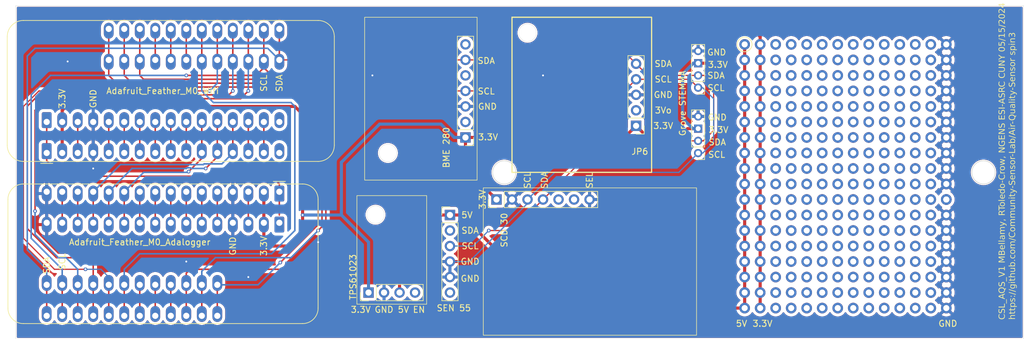
<source format=kicad_pcb>
(kicad_pcb (version 20240108) (generator "pcbnew") (generator_version "8.0")
  (layers (0 "F.Cu" signal) (31 "B.Cu" signal) (34 "B.Paste" user) (35 "F.Paste" user) (36 "B.SilkS" user "B.Silkscreen") (37 "F.SilkS" user "F.Silkscreen") (38 "B.Mask" user) (39 "F.Mask" user) (44 "Edge.Cuts" user))
  (net 0 "")
  (net 1 "Net-(A1-D6)")
  (net 2 "unconnected-(A1-D12-Pad24)")
  (net 3 "Net-(A1-~{RESET})")
  (net 4 "unconnected-(A1-DAC0{slash}A0-Pad5)")
  (net 5 "Net-(A1-VBAT)")
  (net 6 "SCL")
  (net 7 "Net-(A1-USB)")
  (net 8 "3.3V")
  (net 9 "unconnected-(A1-A1-Pad6)")
  (net 10 "unconnected-(A1-A2-Pad7)")
  (net 11 "unconnected-(A1-A3-Pad8)")
  (net 12 "unconnected-(A1-D13-Pad25)")
  (net 13 "Net-(A1-MOSI{slash}D23)")
  (net 14 "unconnected-(A1-RX{slash}D0-Pad14)")
  (net 15 "unconnected-(A1-A5-Pad10)")
  (net 16 "ENA")
  (net 17 "unconnected-(A1-AREF-Pad3)")
  (net 19 "unconnected-(A1-A4-Pad9)")
  (net 20 "Net-(A1-D5)")
  (net 21 "SDA")
  (net 22 "GND")
  (net 23 "unconnected-(A1-TX{slash}D1-Pad15)")
  (net 24 "Net-(A1-EN)")
  (net 25 "Net-(A1-D9)")
  (net 26 "Net-(A1-D10)")
  (net 27 "Net-(A1-MISO{slash}D22)")
  (net 28 "unconnected-(A2-A2-Pad7)")
  (net 29 "Net-(A1-SCK{slash}D24)")
  (net 30 "unconnected-(A2-A5-Pad10)")
  (net 31 "unconnected-(A2-A4-Pad9)")
  (net 32 "unconnected-(A2-D12-Pad24)")
  (net 33 "unconnected-(A2-DAC0{slash}A0-Pad5)")
  (net 34 "unconnected-(A2-TX{slash}D1-Pad15)")
  (net 35 "unconnected-(A2-A3-Pad8)")
  (net 36 "unconnected-(A2-D13-Pad25)")
  (net 37 "unconnected-(A2-A1-Pad6)")
  (net 38 "unconnected-(A2-RX{slash}D0-Pad14)")
  (net 39 "unconnected-(A2-D11-Pad23)")
  (net 40 "unconnected-(A2-AREF-Pad3)")
  (net 41 "5V")
  (net 42 "EN")
  (net 43 "NC")
  (net 49 "3Vo")
  (footprint "" (layer "F.Cu") (at 185.42 83.82)
    (property "Reference" "")
    (property "Value" "")
  )
  (footprint "" (layer "F.Cu") (at 172.72 86.36)
    (property "Reference" "")
    (property "Value" "")
  )
  (footprint "" (layer "F.Cu") (at 187.96 96.52)
    (property "Reference" "")
    (property "Value" "")
  )
  (footprint "" (layer "F.Cu") (at 180.34 109.22)
    (property "Reference" "")
    (property "Value" "")
  )
  (footprint "" (layer "F.Cu") (at 198.12 99.06)
    (property "Reference" "")
    (property "Value" "")
  )
  (footprint "" (layer "F.Cu") (at 193.04 101.6)
    (property "Reference" "")
    (property "Value" "")
  )
  (footprint "" (layer "F.Cu") (at 185.42 106.68)
    (property "Reference" "")
    (property "Value" "")
  )
  (footprint "" (layer "F.Cu") (at 172.72 88.9)
    (property "Reference" "")
    (property "Value" "")
  )
  (footprint "" (layer "F.Cu") (at 172.72 76.2)
    (property "Reference" "")
    (property "Value" "")
  )
  (footprint "" (layer "F.Cu") (at 175.26 104.14)
    (property "Reference" "")
    (property "Value" "")
  )
  (footprint "" (layer "F.Cu") (at 193.04 99.06)
    (property "Reference" "")
    (property "Value" "")
  )
  (footprint "Module:Adafruit_Feather" (layer "F.Cu") (at 96.52 95.25 -90)
    (property "Reference" "A2" (hide yes))
    (property "Value" "Adafruit_Feather_M0_Adalogger")
  )
  (footprint "" (layer "F.Cu") (at 182.88 96.52)
    (property "Reference" "")
    (property "Value" "")
  )
  (footprint "" (layer "F.Cu") (at 180.34 96.52)
    (property "Reference" "")
    (property "Value" "")
  )
  (footprint "" (layer "F.Cu") (at 193.04 88.9)
    (property "Reference" "")
    (property "Value" "")
  )
  (footprint "" (layer "F.Cu") (at 185.42 76.2)
    (property "Reference" "")
    (property "Value" "")
  )
  (footprint "" (layer "F.Cu") (at 187.96 78.74)
    (property "Reference" "")
    (property "Value" "")
  )
  (footprint "Connector_PinHeader_2.54mm:PinHeader_1x04_P2.54mm_Vertical" (layer "F.Cu") (at 111.125 97.76 90)
    (property "Reference" "JP2" (hide yes))
    (property "Value" "TPS61023")
  )
  (footprint "" (layer "F.Cu") (at 180.34 106.68)
    (property "Reference" "")
    (property "Value" "")
  )
  (footprint "" (layer "F.Cu") (at 190.5 78.74)
    (property "Reference" "")
    (property "Value" "")
  )
  (footprint "" (layer "F.Cu") (at 203.2 73.66)
    (property "Reference" "")
    (property "Value" "")
  )
  (footprint "" (layer "F.Cu") (at 175.26 73.66)
    (property "Reference" "")
    (property "Value" "")
  )
  (footprint "" (layer "F.Cu") (at 195.58 86.36)
    (property "Reference" "")
    (property "Value" "")
  )
  (footprint "" (layer "F.Cu") (at 203.2 101.6)
    (property "Reference" "")
    (property "Value" "")
  )
  (footprint "" (layer "F.Cu") (at 200.66 109.22)
    (property "Reference" "")
    (property "Value" "")
  )
  (footprint "" (layer "F.Cu") (at 172.72 93.98)
    (property "Reference" "")
    (property "Value" "")
  )
  (footprint "" (layer "F.Cu") (at 195.58 101.6)
    (property "Reference" "")
    (property "Value" "")
  )
  (footprint "" (layer "F.Cu") (at 182.88 106.68)
    (property "Reference" "")
    (property "Value" "")
  )
  (footprint "" (layer "F.Cu") (at 172.72 104.14)
    (property "Reference" "")
    (property "Value" "")
  )
  (footprint "" (layer "F.Cu") (at 177.8 109.22)
    (property "Reference" "")
    (property "Value" "")
  )
  (footprint "" (layer "F.Cu") (at 187.96 81.28)
    (property "Reference" "")
    (property "Value" "")
  )
  (footprint "" (layer "F.Cu") (at 200.66 81.28)
    (property "Reference" "")
    (property "Value" "")
  )
  (footprint "" (layer "F.Cu") (at 182.88 71.12)
    (property "Reference" "")
    (property "Value" "")
  )
  (footprint "" (layer "F.Cu") (at 172.72 101.6)
    (property "Reference" "")
    (property "Value" "")
  )
  (footprint "" (layer "F.Cu") (at 198.12 76.2)
    (property "Reference" "")
    (property "Value" "")
  )
  (footprint "" (layer "F.Cu") (at 175.26 106.68)
    (property "Reference" "")
    (property "Value" "")
  )
  (footprint "" (layer "F.Cu") (at 187.96 111.76)
    (property "Reference" "")
    (property "Value" "")
  )
  (footprint "" (layer "F.Cu") (at 172.72 83.82)
    (property "Reference" "")
    (property "Value" "")
  )
  (footprint "" (layer "F.Cu") (at 185.42 78.74)
    (property "Reference" "")
    (property "Value" "")
  )
  (footprint "" (layer "F.Cu") (at 193.04 81.28)
    (property "Reference" "")
    (property "Value" "")
  )
  (footprint "" (layer "F.Cu") (at 193.04 86.36)
    (property "Reference" "")
    (property "Value" "")
  )
  (footprint "" (layer "F.Cu") (at 177.8 106.68)
    (property "Reference" "")
    (property "Value" "")
  )
  (footprint "" (layer "F.Cu") (at 175.26 101.6)
    (property "Reference" "")
    (property "Value" "")
  )
  (footprint "" (layer "F.Cu") (at 185.42 91.44)
    (property "Reference" "")
    (property "Value" "")
  )
  (footprint "" (layer "F.Cu") (at 182.88 81.28)
    (property "Reference" "")
    (property "Value" "")
  )
  (footprint "" (layer "F.Cu") (at 185.42 73.66)
    (property "Reference" "")
    (property "Value" "")
  )
  (footprint "" (layer "F.Cu") (at 195.58 93.98)
    (property "Reference" "")
    (property "Value" "")
  )
  (footprint "" (layer "F.Cu") (at 200.66 83.82)
    (property "Reference" "")
    (property "Value" "")
  )
  (footprint "" (layer "F.Cu") (at 177.8 93.98)
    (property "Reference" "")
    (property "Value" "")
  )
  (footprint "" (layer "F.Cu") (at 203.2 88.9)
    (property "Reference" "")
    (property "Value" "")
  )
  (footprint "" (layer "F.Cu") (at 195.58 111.76)
    (property "Reference" "")
    (property "Value" "")
  )
  (footprint "" (layer "F.Cu") (at 185.42 81.28)
    (property "Reference" "")
    (property "Value" "")
  )
  (footprint "" (layer "F.Cu") (at 175.26 83.82)
    (property "Reference" "")
    (property "Value" "")
  )
  (footprint "" (layer "F.Cu") (at 205.74 106.68)
    (property "Reference" "")
    (property "Value" "")
  )
  (footprint "" (layer "F.Cu") (at 182.88 88.9)
    (property "Reference" "")
    (property "Value" "")
  )
  (footprint "" (layer "F.Cu") (at 172.72 111.76)
    (property "Reference" "")
    (property "Value" "")
  )
  (footprint "" (layer "F.Cu") (at 182.88 83.82)
    (property "Reference" "")
    (property "Value" "")
  )
  (footprint "" (layer "F.Cu") (at 203.2 76.2)
    (property "Reference" "")
    (property "Value" "")
  )
  (footprint "" (layer "F.Cu") (at 190.5 81.28)
    (property "Reference" "")
    (property "Value" "")
  )
  (footprint "" (layer "F.Cu") (at 200.66 96.52)
    (property "Reference" "")
    (property "Value" "")
  )
  (footprint "" (layer "F.Cu") (at 177.8 86.36)
    (property "Reference" "")
    (property "Value" "")
  )
  (footprint "" (layer "F.Cu") (at 185.42 99.06)
    (property "Reference" "")
    (property "Value" "")
  )
  (footprint "" (layer "F.Cu") (at 205.74 81.28)
    (property "Reference" "")
    (property "Value" "")
  )
  (footprint "" (layer "F.Cu") (at 193.04 93.98)
    (property "Reference" "")
    (property "Value" "")
  )
  (footprint "" (layer "F.Cu") (at 187.96 104.14)
    (property "Reference" "")
    (property "Value" "")
  )
  (footprint "" (layer "F.Cu") (at 198.12 114.3)
    (property "Reference" "")
    (property "Value" "")
  )
  (footprint "" (layer "F.Cu") (at 198.12 73.66)
    (property "Reference" "")
    (property "Value" "")
  )
  (footprint "" (layer "F.Cu") (at 180.34 71.12)
    (property "Reference" "")
    (property "Value" "")
  )
  (footprint "" (layer "F.Cu") (at 190.5 114.3)
    (property "Reference" "")
    (property "Value" "")
  )
  (footprint "" (layer "F.Cu") (at 182.88 73.66)
    (property "Reference" "")
    (property "Value" "")
  )
  (footprint "" (layer "F.Cu") (at 200.66 101.6)
    (property "Reference" "")
    (property "Value" "")
  )
  (footprint "" (layer "F.Cu") (at 198.12 93.98)
    (property "Reference" "")
    (property "Value" "")
  )
  (footprint "" (layer "F.Cu") (at 195.58 106.68)
    (property "Reference" "")
    (property "Value" "")
  )
  (footprint "" (layer "F.Cu") (at 205.74 88.9)
    (property "Reference" "")
    (property "Value" "")
  )
  (footprint "" (layer "F.Cu") (at 177.8 96.52)
    (property "Reference" "")
    (property "Value" "")
  )
  (footprint "" (layer "F.Cu") (at 177.8 99.06)
    (property "Reference" "")
    (property "Value" "")
  )
  (footprint "" (layer "F.Cu") (at 177.8 111.76)
    (property "Reference" "")
    (property "Value" "")
  )
  (footprint "" (layer "F.Cu") (at 198.12 106.68)
    (property "Reference" "")
    (property "Value" "")
  )
  (footprint "" (layer "F.Cu") (at 198.12 104.14)
    (property "Reference" "")
    (property "Value" "")
  )
  (footprint "" (layer "F.Cu") (at 190.5 86.36)
    (property "Reference" "")
    (property "Value" "")
  )
  (footprint "" (layer "F.Cu") (at 193.04 104.14)
    (property "Reference" "")
    (property "Value" "")
  )
  (footprint "" (layer "F.Cu") (at 185.42 71.12)
    (property "Reference" "")
    (property "Value" "")
  )
  (footprint "" (layer "F.Cu") (at 200.66 88.9)
    (property "Reference" "")
    (property "Value" "")
  )
  (footprint "" (layer "F.Cu") (at 182.88 101.6)
    (property "Reference" "")
    (property "Value" "")
  )
  (footprint "" (layer "F.Cu") (at 190.5 88.9)
    (property "Reference" "")
    (property "Value" "")
  )
  (footprint "" (layer "F.Cu") (at 203.2 106.68)
    (property "Reference" "")
    (property "Value" "")
  )
  (footprint "" (layer "F.Cu") (at 182.88 78.74)
    (property "Reference" "")
    (property "Value" "")
  )
  (footprint "" (layer "F.Cu") (at 190.5 111.76)
    (property "Reference" "")
    (property "Value" "")
  )
  (footprint "" (layer "F.Cu") (at 180.34 104.14)
    (property "Reference" "")
    (property "Value" "")
  )
  (footprint "" (layer "F.Cu") (at 187.96 91.44)
    (property "Reference" "")
    (property "Value" "")
  )
  (footprint "" (layer "F.Cu") (at 193.04 71.12)
    (property "Reference" "")
    (property "Value" "")
  )
  (footprint "" (layer "F.Cu") (at 182.88 111.76)
    (property "Reference" "")
    (property "Value" "")
  )
  (footprint "" (layer "F.Cu") (at 203.2 109.22)
    (property "Reference" "")
    (property "Value" "")
  )
  (footprint "" (layer "F.Cu") (at 195.58 71.12)
    (property "Reference" "")
    (property "Value" "")
  )
  (footprint "" (layer "F.Cu") (at 190.5 73.66)
    (property "Reference" "")
    (property "Value" "")
  )
  (footprint "" (layer "F.Cu") (at 185.42 114.3)
    (property "Reference" "")
    (property "Value" "")
  )
  (footprint "" (layer "F.Cu") (at 172.72 91.44)
    (property "Reference" "")
    (property "Value" "")
  )
  (footprint "" (layer "F.Cu") (at 193.04 96.52)
    (property "Reference" "")
    (property "Value" "")
  )
  (footprint "" (layer "F.Cu") (at 187.96 71.12)
    (property "Reference" "")
    (property "Value" "")
  )
  (footprint "" (layer "F.Cu") (at 190.5 91.44)
    (property "Reference" "")
    (property "Value" "")
  )
  (footprint "Module:Adafruit_Feather_M0_Wifi" (layer "F.Cu") (at 58.42 88.9 90)
    (property "Reference" "A1" (hide yes))
    (property "Value" "Adafruit_Feather_M0_Wifi")
  )
  (footprint "" (layer "F.Cu") (at 187.96 101.6)
    (property "Reference" "")
    (property "Value" "")
  )
  (footprint "" (layer "F.Cu") (at 180.34 99.06)
    (property "Reference" "")
    (property "Value" "")
  )
  (footprint "Connector_PinHeader_2.54mm:PinHeader_1x05_P2.54mm_Vertical" (layer "F.Cu") (at 154.94 84.455 180)
    (property "Reference" "JP6")
    (property "Value" "SCD41")
  )
  (footprint "" (layer "F.Cu") (at 200.66 114.3)
    (property "Reference" "")
    (property "Value" "")
  )
  (footprint "" (layer "F.Cu") (at 187.96 76.2)
    (property "Reference" "")
    (property "Value" "")
  )
  (footprint "" (layer "F.Cu") (at 180.34 101.6)
    (property "Reference" "")
    (property "Value" "")
  )
  (footprint "Connector_PinHeader_2.54mm:PinHeader_1x06_P2.54mm_Vertical" (layer "F.Cu") (at 124.46 99.06)
    (property "Reference" "JP8" (hide yes))
    (property "Value" "SEN 55")
  )
  (footprint "" (layer "F.Cu") (at 172.72 73.66)
    (property "Reference" "")
    (property "Value" "")
  )
  (footprint "" (layer "F.Cu") (at 190.5 93.98)
    (property "Reference" "")
    (property "Value" "")
  )
  (footprint "" (layer "F.Cu") (at 187.96 73.66)
    (property "Reference" "")
    (property "Value" "")
  )
  (footprint "" (layer "F.Cu") (at 203.2 78.74)
    (property "Reference" "")
    (property "Value" "")
  )
  (footprint "" (layer "F.Cu") (at 185.42 104.14)
    (property "Reference" "")
    (property "Value" "")
  )
  (footprint "" (layer "F.Cu") (at 177.8 71.12)
    (property "Reference" "")
    (property "Value" "")
  )
  (footprint "" (layer "F.Cu") (at 172.72 99.06)
    (property "Reference" "")
    (property "Value" "")
  )
  (footprint "" (layer "F.Cu") (at 203.2 91.44)
    (property "Reference" "")
    (property "Value" "")
  )
  (footprint "" (layer "F.Cu") (at 198.12 71.12)
    (property "Reference" "")
    (property "Value" "")
  )
  (footprint "" (layer "F.Cu") (at 200.66 106.68)
    (property "Reference" "")
    (property "Value" "")
  )
  (footprint "" (layer "F.Cu") (at 200.66 111.76)
    (property "Reference" "")
    (property "Value" "")
  )
  (footprint "" (layer "F.Cu") (at 200.66 86.36)
    (property "Reference" "")
    (property "Value" "")
  )
  (footprint "" (layer "F.Cu") (at 172.72 106.68)
    (property "Reference" "")
    (property "Value" "")
  )
  (footprint "" (layer "F.Cu") (at 185.42 93.98)
    (property "Reference" "")
    (property "Value" "")
  )
  (footprint "" (layer "F.Cu") (at 195.58 104.14)
    (property "Reference" "")
    (property "Value" "")
  )
  (footprint "" (layer "F.Cu") (at 195.58 91.44)
    (property "Reference" "")
    (property "Value" "")
  )
  (footprint "" (layer "F.Cu") (at 198.12 86.36)
    (property "Reference" "")
    (property "Value" "")
  )
  (footprint "" (layer "F.Cu") (at 205.74 111.76)
    (property "Reference" "")
    (property "Value" "")
  )
  (footprint "" (layer "F.Cu") (at 190.5 76.2)
    (property "Reference" "")
    (property "Value" "")
  )
  (footprint "" (layer "F.Cu") (at 205.74 93.98)
    (property "Reference" "")
    (property "Value" "")
  )
  (footprint "" (layer "F.Cu") (at 195.58 73.66)
    (property "Reference" "")
    (property "Value" "")
  )
  (footprint "" (layer "F.Cu") (at 182.88 114.3)
    (property "Reference" "")
    (property "Value" "")
  )
  (footprint "" (layer "F.Cu") (at 177.8 73.66)
    (property "Reference" "")
    (property "Value" "")
  )
  (footprint "" (layer "F.Cu") (at 187.96 83.82)
    (property "Reference" "")
    (property "Value" "")
  )
  (footprint "" (layer "F.Cu") (at 198.12 91.44)
    (property "Reference" "")
    (property "Value" "")
  )
  (footprint "" (layer "F.Cu") (at 198.12 111.76)
    (property "Reference" "")
    (property "Value" "")
  )
  (footprint "" (layer "F.Cu") (at 205.74 91.44)
    (property "Reference" "")
    (property "Value" "")
  )
  (footprint "" (layer "F.Cu") (at 205.74 71.12)
    (property "Reference" "")
    (property "Value" "")
  )
  (footprint "" (layer "F.Cu") (at 205.74 101.6)
    (property "Reference" "")
    (property "Value" "")
  )
  (footprint "" (layer "F.Cu") (at 193.04 76.2)
    (property "Reference" "")
    (property "Value" "")
  )
  (footprint "" (layer "F.Cu") (at 187.96 88.9)
    (property "Reference" "")
    (property "Value" "")
  )
  (footprint "" (layer "F.Cu") (at 190.5 71.12)
    (property "Reference" "")
    (property "Value" "")
  )
  (footprint "" (layer "F.Cu") (at 195.58 109.22)
    (property "Reference" "")
    (property "Value" "")
  )
  (footprint "" (layer "F.Cu") (at 198.12 83.82)
    (property "Reference" "")
    (property "Value" "")
  )
  (footprint "" (layer "F.Cu") (at 193.04 73.66)
    (property "Reference" "")
    (property "Value" "")
  )
  (footprint "" (layer "F.Cu") (at 182.88 76.2)
    (property "Reference" "")
    (property "Value" "")
  )
  (footprint "" (layer "F.Cu") (at 187.96 86.36)
    (property "Reference" "")
    (property "Value" "")
  )
  (footprint "" (layer "F.Cu") (at 205.74 109.22)
    (property "Reference" "")
    (property "Value" "")
  )
  (footprint "" (layer "F.Cu") (at 198.12 101.6)
    (property "Reference" "")
    (property "Value" "")
  )
  (footprint "" (layer "F.Cu") (at 185.42 86.36)
    (property "Reference" "")
    (property "Value" "")
  )
  (footprint "" (layer "F.Cu") (at 182.88 109.22)
    (property "Reference" "")
    (property "Value" "")
  )
  (footprint "" (layer "F.Cu") (at 175.26 88.9)
    (property "Reference" "")
    (property "Value" "")
  )
  (footprint "" (layer "F.Cu") (at 175.26 78.74)
    (property "Reference" "")
    (property "Value" "")
  )
  (footprint "" (layer "F.Cu") (at 180.34 81.28)
    (property "Reference" "")
    (property "Value" "")
  )
  (footprint "" (layer "F.Cu") (at 193.04 114.3)
    (property "Reference" "")
    (property "Value" "")
  )
  (footprint "" (layer "F.Cu") (at 180.34 73.66)
    (property "Reference" "")
    (property "Value" "")
  )
  (footprint "" (layer "F.Cu") (at 172.72 109.22)
    (property "Reference" "")
    (property "Value" "")
  )
  (footprint "" (layer "F.Cu") (at 205.74 114.3)
    (property "Reference" "")
    (property "Value" "")
  )
  (footprint "" (layer "F.Cu") (at 195.58 81.28)
    (property "Reference" "")
    (property "Value" "")
  )
  (footprint "" (layer "F.Cu") (at 203.2 93.98)
    (property "Reference" "")
    (property "Value" "")
  )
  (footprint "" (layer "F.Cu") (at 182.88 91.44)
    (property "Reference" "")
    (property "Value" "")
  )
  (footprint "" (layer "F.Cu") (at 193.04 78.74)
    (property "Reference" "")
    (property "Value" "")
  )
  (footprint "" (layer "F.Cu") (at 190.5 96.52)
    (property "Reference" "")
    (property "Value" "")
  )
  (footprint "" (layer "F.Cu") (at 198.12 81.28)
    (property "Reference" "")
    (property "Value" "")
  )
  (footprint "" (layer "F.Cu") (at 193.04 83.82)
    (property "Reference" "")
    (property "Value" "")
  )
  (footprint "" (layer "F.Cu") (at 177.8 81.28)
    (property "Reference" "")
    (property "Value" "")
  )
  (footprint "" (layer "F.Cu") (at 175.26 86.36)
    (property "Reference" "")
    (property "Value" "")
  )
  (footprint "" (layer "F.Cu") (at 205.74 73.66)
    (property "Reference" "")
    (property "Value" "")
  )
  (footprint "" (layer "F.Cu") (at 177.8 76.2)
    (property "Reference" "")
    (property "Value" "")
  )
  (footprint "" (layer "F.Cu") (at 175.26 109.22)
    (property "Reference" "")
    (property "Value" "")
  )
  (footprint "" (layer "F.Cu") (at 172.72 81.28)
    (property "Reference" "")
    (property "Value" "")
  )
  (footprint "" (layer "F.Cu") (at 193.04 111.76)
    (property "Reference" "")
    (property "Value" "")
  )
  (footprint "" (layer "F.Cu") (at 195.58 88.9)
    (property "Reference" "")
    (property "Value" "")
  )
  (footprint "" (layer "F.Cu") (at 200.66 104.14)
    (property "Reference" "")
    (property "Value" "")
  )
  (footprint "" (layer "F.Cu") (at 203.2 83.82)
    (property "Reference" "")
    (property "Value" "")
  )
  (footprint "" (layer "F.Cu") (at 195.58 78.74)
    (property "Reference" "")
    (property "Value" "")
  )
  (footprint "" (layer "F.Cu") (at 190.5 99.06)
    (property "Reference" "")
    (property "Value" "")
  )
  (footprint "" (layer "F.Cu") (at 175.26 96.52)
    (property "Reference" "")
    (property "Value" "")
  )
  (footprint "TestPoint:TestPoint_THTPad_D2.0mm_Drill1.0mm" (layer "F.Cu") (at 172.72 71.12)
    (property "Reference" "REF**" (hide yes))
    (property "Value" "TestPoint_THTPad_D2.0mm_Drill1.0mm" (hide yes))
  )
  (footprint "" (layer "F.Cu") (at 182.88 104.14)
    (property "Reference" "")
    (property "Value" "")
  )
  (footprint "" (layer "F.Cu") (at 180.34 86.36)
    (property "Reference" "")
    (property "Value" "")
  )
  (footprint "" (layer "F.Cu") (at 175.26 81.28)
    (property "Reference" "")
    (property "Value" "")
  )
  (footprint "Connector_PinHeader_2.00mm:PinHeader_1x04_P2.00mm_Vertical" (layer "F.Cu") (at 165.1 78.2 180)
    (property "Reference" "J2" (hide yes))
    (property "Value" "Grove STEMMA" (hide yes))
  )
  (footprint "" (layer "F.Cu") (at 205.74 78.74)
    (property "Reference" "")
    (property "Value" "")
  )
  (footprint "" (layer "F.Cu") (at 205.74 83.82)
    (property "Reference" "")
    (property "Value" "")
  )
  (footprint "" (layer "F.Cu") (at 185.42 88.9)
    (property "Reference" "")
    (property "Value" "")
  )
  (footprint "" (layer "F.Cu") (at 187.96 114.3)
    (property "Reference" "")
    (property "Value" "")
  )
  (footprint "" (layer "F.Cu") (at 175.26 111.76)
    (property "Reference" "")
    (property "Value" "")
  )
  (footprint "" (layer "F.Cu") (at 190.5 101.6)
    (property "Reference" "")
    (property "Value" "")
  )
  (footprint "" (layer "F.Cu") (at 195.58 114.3)
    (property "Reference" "")
    (property "Value" "")
  )
  (footprint "" (layer "F.Cu") (at 185.42 111.76)
    (property "Reference" "")
    (property "Value" "")
  )
  (footprint "" (layer "F.Cu") (at 172.72 78.74)
    (property "Reference" "")
    (property "Value" "")
  )
  (footprint "" (layer "F.Cu") (at 175.26 76.2)
    (property "Reference" "")
    (property "Value" "")
  )
  (footprint "" (layer "F.Cu") (at 200.66 76.2)
    (property "Reference" "")
    (property "Value" "")
  )
  (footprint "" (layer "F.Cu") (at 172.72 96.52)
    (property "Reference" "")
    (property "Value" "")
  )
  (footprint "" (layer "F.Cu") (at 177.8 114.3)
    (property "Reference" "")
    (property "Value" "")
  )
  (footprint "" (layer "F.Cu") (at 177.8 88.9)
    (property "Reference" "")
    (property "Value" "")
  )
  (footprint "" (layer "F.Cu") (at 180.34 93.98)
    (property "Reference" "")
    (property "Value" "")
  )
  (footprint "" (layer "F.Cu") (at 195.58 76.2)
    (property "Reference" "")
    (property "Value" "")
  )
  (footprint "" (layer "F.Cu") (at 180.34 111.76)
    (property "Reference" "")
    (property "Value" "")
  )
  (footprint "" (layer "F.Cu") (at 205.74 76.2)
    (property "Reference" "")
    (property "Value" "")
  )
  (footprint "" (layer "F.Cu") (at 175.26 99.06)
    (property "Reference" "")
    (property "Value" "")
  )
  (footprint "" (layer "F.Cu") (at 193.04 106.68)
    (property "Reference" "")
    (property "Value" "")
  )
  (footprint "" (layer "F.Cu") (at 180.34 76.2)
    (property "Reference" "")
    (property "Value" "")
  )
  (footprint "" (layer "F.Cu") (at 198.12 78.74)
    (property "Reference" "")
    (property "Value" "")
  )
  (footprint "" (layer "F.Cu") (at 200.66 91.44)
    (property "Reference" "")
    (property "Value" "")
  )
  (footprint "" (layer "F.Cu") (at 205.74 104.14)
    (property "Reference" "")
    (property "Value" "")
  )
  (footprint "" (layer "F.Cu") (at 187.96 99.06)
    (property "Reference" "")
    (property "Value" "")
  )
  (footprint "" (layer "F.Cu") (at 203.2 86.36)
    (property "Reference" "")
    (property "Value" "")
  )
  (footprint "" (layer "F.Cu") (at 205.74 86.36)
    (property "Reference" "")
    (property "Value" "")
  )
  (footprint "Connector_PinHeader_2.54mm:PinHeader_1x07_P2.54mm_Vertical" (layer "F.Cu") (at 127 86.36 180)
    (property "Reference" "JP7" (hide yes))
    (property "Value" "BME280" (hide yes))
  )
  (footprint "" (layer "F.Cu") (at 203.2 114.3)
    (property "Reference" "")
    (property "Value" "")
  )
  (footprint "" (layer "F.Cu") (at 177.8 104.14)
    (property "Reference" "")
    (property "Value" "")
  )
  (footprint "" (layer "F.Cu") (at 203.2 99.06)
    (property "Reference" "")
    (property "Value" "")
  )
  (footprint "" (layer "F.Cu") (at 175.26 71.12)
    (property "Reference" "")
    (property "Value" "")
  )
  (footprint "" (layer "F.Cu") (at 187.96 109.22)
    (property "Reference" "")
    (property "Value" "")
  )
  (footprint "" (layer "F.Cu") (at 205.74 86.36)
    (property "Reference" "")
    (property "Value" "")
  )
  (footprint "" (layer "F.Cu") (at 205.74 96.52)
    (property "Reference" "")
    (property "Value" "")
  )
  (footprint "" (layer "F.Cu") (at 195.58 83.82)
    (property "Reference" "")
    (property "Value" "")
  )
  (footprint "" (layer "F.Cu") (at 175.26 93.98)
    (property "Reference" "")
    (property "Value" "")
  )
  (footprint "" (layer "F.Cu") (at 175.26 91.44)
    (property "Reference" "")
    (property "Value" "")
  )
  (footprint "" (layer "F.Cu") (at 177.8 78.74)
    (property "Reference" "")
    (property "Value" "")
  )
  (footprint "Connector_PinHeader_2.54mm:PinHeader_1x07_P2.54mm_Vertical" (layer "F.Cu") (at 147.0175 96.52 -90)
    (property "Reference" "JP10" (hide yes))
    (property "Value" "SCD 30")
  )
  (footprint "" (layer "F.Cu") (at 185.42 109.22)
    (property "Reference" "")
    (property "Value" "")
  )
  (footprint "" (layer "F.Cu") (at 193.04 91.44)
    (property "Reference" "")
    (property "Value" "")
  )
  (footprint "" (layer "F.Cu") (at 203.2 96.52)
    (property "Reference" "")
    (property "Value" "")
  )
  (footprint "" (layer "F.Cu") (at 203.2 71.12)
    (property "Reference" "")
    (property "Value" "")
  )
  (footprint "" (layer "F.Cu") (at 180.34 83.82)
    (property "Reference" "")
    (property "Value" "")
  )
  (footprint "" (layer "F.Cu") (at 180.34 88.9)
    (property "Reference" "")
    (property "Value" "")
  )
  (footprint "" (layer "F.Cu") (at 182.88 86.36)
    (property "Reference" "")
    (property "Value" "")
  )
  (footprint "" (layer "F.Cu") (at 177.8 101.6)
    (property "Reference" "")
    (property "Value" "")
  )
  (footprint "" (layer "F.Cu") (at 185.42 96.52)
    (property "Reference" "")
    (property "Value" "")
  )
  (footprint "" (layer "F.Cu") (at 185.42 101.6)
    (property "Reference" "")
    (property "Value" "")
  )
  (footprint "Connector_PinHeader_2.00mm:PinHeader_1x04_P2.00mm_Vertical" (layer "F.Cu") (at 165.1 88.916 180)
    (property "Reference" "J3" (hide yes))
    (property "Value" "Grove STEMMA")
  )
  (footprint "" (layer "F.Cu") (at 180.34 78.74)
    (property "Reference" "")
    (property "Value" "")
  )
  (footprint "" (layer "F.Cu") (at 177.8 83.82)
    (property "Reference" "")
    (property "Value" "")
  )
  (footprint "" (layer "F.Cu") (at 180.34 114.3)
    (property "Reference" "")
    (property "Value" "")
  )
  (footprint "" (layer "F.Cu") (at 203.2 81.28)
    (property "Reference" "")
    (property "Value" "")
  )
  (footprint "" (layer "F.Cu") (at 198.12 96.52)
    (property "Reference" "")
    (property "Value" "")
  )
  (footprint "" (layer "F.Cu") (at 200.66 78.74)
    (property "Reference" "")
    (property "Value" "")
  )
  (footprint "" (layer "F.Cu") (at 190.5 106.68)
    (property "Reference" "")
    (property "Value" "")
  )
  (footprint "" (layer "F.Cu") (at 195.58 96.52)
    (property "Reference" "")
    (property "Value" "")
  )
  (footprint "" (layer "F.Cu") (at 200.66 99.06)
    (property "Reference" "")
    (property "Value" "")
  )
  (footprint "" (layer "F.Cu") (at 200.66 73.66)
    (property "Reference" "")
    (property "Value" "")
  )
  (footprint "" (layer "F.Cu") (at 200.66 93.98)
    (property "Reference" "")
    (property "Value" "")
  )
  (footprint "" (layer "F.Cu") (at 177.8 91.44)
    (property "Reference" "")
    (property "Value" "")
  )
  (footprint "" (layer "F.Cu") (at 190.5 104.14)
    (property "Reference" "")
    (property "Value" "")
  )
  (footprint "" (layer "F.Cu") (at 182.88 99.06)
    (property "Reference" "")
    (property "Value" "")
  )
  (footprint "" (layer "F.Cu") (at 203.2 104.14)
    (property "Reference" "")
    (property "Value" "")
  )
  (footprint "" (layer "F.Cu") (at 200.66 71.12)
    (property "Reference" "")
    (property "Value" "")
  )
  (footprint "" (layer "F.Cu") (at 198.12 88.9)
    (property "Reference" "")
    (property "Value" "")
  )
  (footprint "" (layer "F.Cu") (at 180.34 91.44)
    (property "Reference" "")
    (property "Value" "")
  )
  (footprint "" (layer "F.Cu") (at 190.5 109.22)
    (property "Reference" "")
    (property "Value" "")
  )
  (footprint "" (layer "F.Cu") (at 172.72 114.3)
    (property "Reference" "")
    (property "Value" "")
  )
  (footprint "" (layer "F.Cu") (at 187.96 106.68)
    (property "Reference" "")
    (property "Value" "")
  )
  (footprint "" (layer "F.Cu") (at 175.26 114.3)
    (property "Reference" "")
    (property "Value" "")
  )
  (footprint "" (layer "F.Cu") (at 195.58 99.06)
    (property "Reference" "")
    (property "Value" "")
  )
  (footprint "" (layer "F.Cu") (at 187.96 93.98)
    (property "Reference" "")
    (property "Value" "")
  )
  (footprint "" (layer "F.Cu") (at 198.12 109.22)
    (property "Reference" "")
    (property "Value" "")
  )
  (footprint "" (layer "F.Cu") (at 190.5 83.82)
    (property "Reference" "")
    (property "Value" "")
  )
  (footprint "" (layer "F.Cu") (at 193.04 109.22)
    (property "Reference" "")
    (property "Value" "")
  )
  (footprint "" (layer "F.Cu") (at 182.88 93.98)
    (property "Reference" "")
    (property "Value" "")
  )
  (footprint "" (layer "F.Cu") (at 203.2 111.76)
    (property "Reference" "")
    (property "Value" "")
  )
  (footprint "" (layer "F.Cu") (at 205.74 99.06)
    (property "Reference" "")
    (property "Value" "")
  )
  (gr_rect (start 109.22 95.885) (end 120.65 113.665) (stroke (width 0.1)) (fill none) (layer "F.SilkS"))
  (gr_rect (start 129.9175 94.615) (end 164.8425 118.745) (stroke (width 0.1)) (fill none) (layer "F.SilkS"))
  (gr_rect (start 110.49 66.675) (end 128.905 93.345) (stroke (width 0.1)) (fill none) (layer "F.SilkS"))
  (gr_rect (start 134.62 66.675) (end 157.48 92.075) (stroke (width 0.2)) (fill none) (layer "F.SilkS"))
  (gr_line (start 218.44 64.77) (end 53.34 64.77) (stroke (width 0.05)) (layer "Edge.Cuts"))
  (gr_circle (center 137.16 69.215) (end 138.61 69.215) (stroke (width 0.05)) (fill none) (layer "Edge.Cuts"))
  (gr_line (start 53.34 64.77) (end 53.34 119.38) (stroke (width 0.05)) (layer "Edge.Cuts"))
  (gr_line (start 218.44 119.38) (end 218.44 64.77) (stroke (width 0.05)) (layer "Edge.Cuts"))
  (gr_circle (center 133.35 92.075) (end 135.255 92.075) (stroke (width 0.1)) (fill none) (layer "Edge.Cuts"))
  (gr_circle (center 114.3 88.9) (end 115.75 88.9) (stroke (width 0.05)) (fill none) (layer "Edge.Cuts"))
  (gr_line (start 53.34 119.38) (end 218.44 119.38) (stroke (width 0.05)) (layer "Edge.Cuts"))
  (gr_circle (center 211.836 92.075) (end 213.741 92.075) (stroke (width 0.1)) (fill none) (layer "Edge.Cuts"))
  (gr_circle (center 112.268 99.0092) (end 113.718 99.0092) (stroke (width 0.05)) (fill none) (layer "Edge.Cuts"))
  (gr_text "SCL\n" (at 159.385 76.835 0) (layer "F.SilkS") (effects (font (size 1 1))))
  (gr_text "3.3V" (at 93.98 104.14 90) (layer "F.SilkS") (effects (font (size 1 1))))
  (gr_text "3.3V" (at 60.96 80.01 90) (layer "F.SilkS") (effects (font (size 1 1))))
  (gr_text "3.3V" (at 168.34 74.438 0) (layer "F.SilkS") (effects (font (size 1 1))))
  (gr_text "SDA" (at 130.4 73.8 0) (layer "F.SilkS") (effects (font (size 1 1))))
  (gr_text "GND" (at 168.14 72.416 0) (layer "F.SilkS") (effects (font (size 1 1))))
  (gr_text "3Vo" (at 159.385 81.915 0) (layer "F.SilkS") (effects (font (size 1 1))))
  (gr_text "EN" (at 119.38 114.554 0) (layer "F.SilkS") (effects (font (size 1 1))))
  (gr_text "SDA" (at 58.42 107.315 90) (layer "F.SilkS") (effects (font (size 1 1))))
  (gr_text "3.3V" (at 168.44 85.116 0) (layer "F.SilkS") (effects (font (size 1 1))))
  (gr_text "3.3V" (at 129.794 96.52 90) (layer "F.SilkS") (effects (font (size 1 1))))
  (gr_text "SDA" (at 96.52 77.47 90) (layer "F.SilkS") (effects (font (size 1 1))))
  (gr_text "SCL\n" (at 93.98 77.47 90) (layer "F.SilkS") (effects (font (size 1 1))))
  (gr_text "SCL\n" (at 60.96 106.68 90) (layer "F.SilkS") (effects (font (size 1 1))))
  (gr_text "CSL_AQS_V1 MBellamy, RToledo-Crow, NGENS ESI-ASRC CUNY 05/15/2024 \nhttps://github.com/Community-Sensor-Lab/Air-Quality-Sensor spin3" (at 217.17 116.205 90) (layer "F.SilkS") (effects (font (size 1 1) (thickness 0.0889)) (justify left bottom)))
  (gr_text "GND" (at 130.6 81.3 0) (layer "F.SilkS") (effects (font (size 1 1))))
  (gr_text "SCL\n" (at 168.04 78.248 0) (layer "F.SilkS") (effects (font (size 1 1))))
  (gr_text "5V" (at 172.212 116.84 0) (layer "F.SilkS") (effects (font (size 1 1))))
  (gr_text "GND" (at 88.9 104.14 90) (layer "F.SilkS") (effects (font (size 1 1))))
  (gr_text "GND\n" (at 127.762 106.68 0) (layer "F.SilkS") (effects (font (size 1 1))))
  (gr_text "SDA" (at 127.762 101.6 0) (layer "F.SilkS") (effects (font (size 1 1))))
  (gr_text "GND" (at 66.04 80.01 90) (layer "F.SilkS") (effects (font (size 1 1))))
  (gr_text "BME 280" (at 124.46 91.44 90) (layer "F.SilkS") (effects (font (size 1 1)) (justify left bottom)))
  (gr_text "SDA" (at 159.385 74.295 0) (layer "F.SilkS") (effects (font (size 1 1))))
  (gr_text "GND" (at 205.994 116.84 0) (layer "F.SilkS") (effects (font (size 1 1))))
  (gr_text "3.3V" (at 175.641 116.84 0) (layer "F.SilkS") (effects (font (size 1 1))))
  (gr_text "5V" (at 116.84 114.554 0) (layer "F.SilkS") (effects (font (size 1 1))))
  (gr_text "3.3V" (at 159.385 84.455 0) (layer "F.SilkS") (effects (font (size 1 1))))
  (gr_text "3.3V" (at 130.7 86.3 0) (layer "F.SilkS") (effects (font (size 1 1))))
  (gr_text "GND" (at 113.665 114.554 0) (layer "F.SilkS") (effects (font (size 1 1))))
  (gr_text "SDA" (at 139.954 93.345 90) (layer "F.SilkS") (effects (font (size 1 1))))
  (gr_text "SCL" (at 127.762 104.14 0) (layer "F.SilkS") (effects (font (size 1 1))))
  (gr_text "SCL\n" (at 168.14 89.17 0) (layer "F.SilkS") (effects (font (size 1 1))))
  (gr_text "SDA" (at 168.24 87.138 0) (layer "F.SilkS") (effects (font (size 1 1))))
  (gr_text "5V" (at 127.254 99.06 0) (layer "F.SilkS") (effects (font (size 1 1))))
  (gr_text "SEL" (at 147.32 93.345 90) (layer "F.SilkS") (effects (font (size 1 1))))
  (gr_text "SCL\n" (at 130.4 78.8 0) (layer "F.SilkS") (effects (font (size 1 1))))
  (gr_text "GND" (at 159.385 79.375 0) (layer "F.SilkS") (effects (font (size 1 1))))
  (gr_text "SDA" (at 168.04 76.216 0) (layer "F.SilkS") (effects (font (size 1 1))))
  (gr_text "SCL\n" (at 137.16 93.345 90) (layer "F.SilkS") (effects (font (size 1 1))))
  (gr_text "3.3V" (at 109.855 114.554 0) (layer "F.SilkS") (effects (font (size 1 1))))
  (gr_text "GND" (at 127.762 109.474 0) (layer "F.SilkS") (effects (font (size 1 1))))
  (gr_text "GND" (at 168.24 83.074 0) (layer "F.SilkS") (effects (font (size 1 1))))
  (segment (start 64.77 106.045) (end 66.04 107.315) (width 0.254) (layer "F.Cu") (net 1))
  (segment (start 88.9 68.58) (end 88.9 73.66) (width 0.254) (layer "F.Cu") (net 1))
  (segment (start 66.04 115.57) (end 66.04 110.49) (width 0.254) (layer "F.Cu") (net 1))
  (segment (start 87.63 79.375) (end 57.11887 79.375) (width 0.254) (layer "F.Cu") (net 1))
  (segment (start 66.04 107.315) (end 66.04 110.49) (width 0.254) (layer "F.Cu") (net 1))
  (segment (start 60.0075 106.045) (end 64.77 106.045) (width 0.254) (layer "F.Cu") (net 1))
  (segment (start 55.245 81.24887) (end 55.245 101.2825) (width 0.254) (layer "F.Cu") (net 1))
  (segment (start 87.63 79.375) (end 88.265 79.375) (width 0.254) (layer "F.Cu") (net 1))
  (segment (start 55.245 101.2825) (end 60.0075 106.045) (width 0.254) (layer "F.Cu") (net 1))
  (segment (start 57.11887 79.375) (end 55.245 81.24887) (width 0.254) (layer "F.Cu") (net 1))
  (segment (start 88.265 79.375) (end 88.9 78.74) (width 0.254) (layer "F.Cu") (net 1))
  (via (at 88.9 78.74) (size 0.6) (drill 0.3) (layers "F.Cu" "B.Cu") (net 1))
  (segment (start 88.9 73.66) (end 88.9 78.74) (width 0.254) (layer "B.Cu") (net 1))
  (segment (start 78.74 68.58) (end 78.74 73.66) (width 0.254) (layer "F.Cu") (net 2))
  (segment (start 96.52 95.25) (end 96.52 99.06) (width 0.254) (layer "F.Cu") (net 3))
  (segment (start 58.42 88.9) (end 58.42 90.17) (width 0.254) (layer "F.Cu") (net 3))
  (segment (start 60.96 92.71) (end 95.25 92.71) (width 0.254) (layer "F.Cu") (net 3))
  (segment (start 95.25 92.71) (end 96.52 93.98) (width 0.254) (layer "F.Cu") (net 3))
  (segment (start 96.52 93.98) (end 96.52 95.25) (width 0.254) (layer "F.Cu") (net 3))
  (segment (start 58.42 90.17) (end 60.96 92.71) (width 0.254) (layer "F.Cu") (net 3))
  (segment (start 58.42 88.9) (end 58.42 83.82) (width 0.254) (layer "F.Cu") (net 3))
  (segment (start 68.58 88.9) (end 68.58 83.82) (width 0.254) (layer "F.Cu") (net 4))
  (segment (start 102.87 100.6475) (end 102.87 82.55) (width 0.254) (layer "F.Cu") (net 5))
  (segment (start 98.425 78.105) (end 70.485 78.105) (width 0.254) (layer "F.Cu") (net 5))
  (segment (start 68.58 76.2) (end 68.58 68.58) (width 0.254) (layer "F.Cu") (net 5))
  (segment (start 86.36 115.57) (end 86.36 110.49) (width 0.254) (layer "F.Cu") (net 5))
  (segment (start 102.87 82.55) (end 98.425 78.105) (width 0.254) (layer "F.Cu") (net 5))
  (segment (start 70.485 78.105) (end 68.58 76.2) (width 0.254) (layer "F.Cu") (net 5))
  (segment (start 96.67875 106.83875) (end 102.87 100.6475) (width 0.254) (layer "F.Cu") (net 5))
  (via (at 96.67875 106.83875) (size 0.6) (drill 0.3) (layers "F.Cu" "B.Cu") (net 5))
  (segment (start 96.67875 106.83875) (end 93.0275 110.49) (width 0.254) (layer "B.Cu") (net 5))
  (segment (start 93.0275 110.49) (end 86.36 110.49) (width 0.254) (layer "B.Cu") (net 5))
  (segment (start 163.735 76.835) (end 165.1 78.2) (width 0.2) (layer "F.Cu") (net 6))
  (segment (start 81.28 76.2) (end 92.71 76.2) (width 0.254) (layer "F.Cu") (net 6))
  (segment (start 60.96 110.49) (end 60.96 115.57) (width 0.254) (layer "F.Cu") (net 6))
  (segment (start 111.76 78.74) (end 109.22 76.2) (width 0.2) (layer "F.Cu") (net 6))
  (segment (start 95.25 76.2) (end 109.22 76.2) (width 0.254) (layer "F.Cu") (net 6))
  (segment (start 93.98 68.58) (end 93.98 73.66) (width 0.254) (layer "F.Cu") (net 6))
  (segment (start 154.94 76.835) (end 153.035 78.74) (width 0.2) (layer "F.Cu") (net 6))
  (segment (start 154.432 76.835) (end 154.813 77.216) (width 0.2) (layer "F.Cu") (net 6))
  (segment (start 153.035 78.74) (end 127 78.74) (width 0.2) (layer "F.Cu") (net 6))
  (segment (start 127 78.74) (end 111.76 78.74) (width 0.2) (layer "F.Cu") (net 6))
  (segment (start 93.98 74.93) (end 93.98 73.66) (width 0.254) (layer "F.Cu") (net 6))
  (segment (start 92.71 76.2) (end 93.98 74.93) (width 0.254) (layer "F.Cu") (net 6))
  (segment (start 93.98 74.93) (end 95.25 76.2) (width 0.254) (layer "F.Cu") (net 6))
  (segment (start 154.94 76.835) (end 163.735 76.835) (width 0.2) (layer "F.Cu") (net 6))
  (via (at 81.28 76.2) (size 0.6) (drill 0.3) (layers "F.Cu" "B.Cu") (net 6))
  (segment (start 55.88 102.87) (end 60.96 107.95) (width 0.254) (layer "B.Cu") (net 6))
  (segment (start 60.96 110.49) (end 60.96 107.95) (width 0.254) (layer "B.Cu") (net 6))
  (segment (start 137.16 96.52) (end 141.605 92.075) (width 0.2) (layer "B.Cu") (net 6))
  (segment (start 127.635 106.68) (end 124.46 106.68) (width 0.2) (layer "B.Cu") (net 6))
  (segment (start 165.862 88.916) (end 165.1 88.916) (width 0.2) (layer "B.Cu") (net 6))
  (segment (start 55.88 79.375) (end 55.88 102.87) (width 0.254) (layer "B.Cu") (net 6))
  (segment (start 165.824 78.2) (end 167.64 80.016) (width 0.2) (layer "B.Cu") (net 6))
  (segment (start 161.941 92.075) (end 165.1 88.916) (width 0.2) (layer "B.Cu") (net 6))
  (segment (start 167.64 80.016) (end 167.64 87.138) (width 0.2) (layer "B.Cu") (net 6))
  (segment (start 59.055 76.2) (end 55.88 79.375) (width 0.254) (layer "B.Cu") (net 6))
  (segment (start 165.1 78.2) (end 165.824 78.2) (width 0.2) (layer "B.Cu") (net 6))
  (segment (start 141.605 92.075) (end 161.941 92.075) (width 0.2) (layer "B.Cu") (net 6))
  (segment (start 167.64 87.138) (end 165.862 88.916) (width 0.2) (layer "B.Cu") (net 6))
  (segment (start 137.16 97.155) (end 127.635 106.68) (width 0.2) (layer "B.Cu") (net 6))
  (segment (start 137.16 96.52) (end 137.16 97.155) (width 0.2) (layer "B.Cu") (net 6))
  (segment (start 81.28 76.2) (end 59.055 76.2) (width 0.254) (layer "B.Cu") (net 6))
  (segment (start 99.695 76.835) (end 74.295 76.835) (width 0.254) (layer "F.Cu") (net 7))
  (segment (start 81.28 115.57) (end 81.28 108.585) (width 0.254) (layer "F.Cu") (net 7))
  (segment (start 104.14 104.14) (end 104.14 81.28) (width 0.254) (layer "F.Cu") (net 7))
  (segment (start 100.33 107.95) (end 104.14 104.14) (width 0.254) (layer "F.Cu") (net 7))
  (segment (start 81.28 108.585) (end 81.915 107.95) (width 0.254) (layer "F.Cu") (net 7))
  (segment (start 74.295 76.835) (end 73.66 76.2) (width 0.254) (layer "F.Cu") (net 7))
  (segment (start 104.14 81.28) (end 99.695 76.835) (width 0.254) (layer "F.Cu") (net 7))
  (segment (start 73.66 68.58) (end 73.66 73.66) (width 0.254) (layer "F.Cu") (net 7))
  (segment (start 73.66 76.2) (end 73.66 73.66) (width 0.254) (layer "F.Cu") (net 7))
  (segment (start 81.915 107.95) (end 100.33 107.95) (width 0.254) (layer "F.Cu") (net 7))
  (segment (start 100.33 101.6) (end 100.33 99.06) (width 0.508) (layer "F.Cu") (net 8))
  (segment (start 175.26 99.06) (end 175.26 101.6) (width 0.508) (layer "F.Cu") (net 8))
  (segment (start 175.26 96.52) (end 175.26 99.06) (width 0.508) (layer "F.Cu") (net 8))
  (segment (start 175.26 86.36) (end 175.26 83.82) (width 0.508) (layer "F.Cu") (net 8))
  (segment (start 95.25 104.14) (end 97.79 104.14) (width 0.508) (layer "F.Cu") (net 8))
  (segment (start 60.96 81.915) (end 61.595 81.28) (width 0.508) (layer "F.Cu") (net 8))
  (segment (start 153.035 86.36) (end 154.94 84.455) (width 0.508) (layer "F.Cu") (net 8))
  (segment (start 162.56 85.725) (end 156.21 85.725) (width 0.508) (layer "F.Cu") (net 8))
  (segment (start 100.33 82.55) (end 100.33 99.06) (width 0.508) (layer "F.Cu") (net 8))
  (segment (start 175.26 106.68) (end 175.26 109.22) (width 0.508) (layer "F.Cu") (net 8))
  (segment (start 175.26 69.85) (end 173.99 68.58) (width 0.508) (layer "F.Cu") (net 8))
  (segment (start 175.26 91.44) (end 175.26 88.9) (width 0.508) (layer "F.Cu") (net 8))
  (segment (start 156.21 85.725) (end 154.94 84.455) (width 0.508) (layer "F.Cu") (net 8))
  (segment (start 93.98 102.87) (end 95.25 104.14) (width 0.508) (layer "F.Cu") (net 8))
  (segment (start 61.595 81.28) (end 99.06 81.28) (width 0.508) (layer "F.Cu") (net 8))
  (segment (start 93.98 100.33) (end 93.98 95.25) (width 0.508) (layer "F.Cu") (net 8))
  (segment (start 175.26 81.28) (end 175.26 78.74) (width 0.508) (layer "F.Cu") (net 8))
  (segment (start 127 86.36) (end 153.035 86.36) (width 0.508) (layer "F.Cu") (net 8))
  (segment (start 60.96 83.82) (end 60.96 88.9) (width 0.508) (layer "F.Cu") (net 8))
  (segment (start 127.0375 86.3225) (end 127 86.36) (width 0.508) (layer "F.Cu") (net 8))
  (segment (start 175.26 86.36) (end 175.26 88.9) (width 0.508) (layer "F.Cu") (net 8))
  (segment (start 60.96 83.82) (end 60.96 81.915) (width 0.508) (layer "F.Cu") (net 8))
  (segment (start 175.26 93.98) (end 175.26 91.44) (width 0.508) (layer "F.Cu") (net 8))
  (segment (start 93.98 102.87) (end 93.98 100.33) (width 0.508) (layer "F.Cu") (net 8))
  (segment (start 175.26 71.12) (end 175.26 73.66) (width 0.508) (layer "F.Cu") (net 8))
  (segment (start 175.26 104.14) (end 175.26 106.68) (width 0.508) (layer "F.Cu") (net 8))
  (segment (start 172.085 68.58) (end 166.465 74.2) (width 0.508) (layer "F.Cu") (net 8))
  (segment (start 175.26 114.3) (end 175.26 111.76) (width 0.508) (layer "F.Cu") (net 8))
  (segment (start 127 91.44) (end 127 86.36) (width 0.508) (layer "F.Cu") (net 8))
  (segment (start 175.26 93.98) (end 175.26 96.52) (width 0.508) (layer "F.Cu") (net 8))
  (segment (start 175.26 76.2) (end 175.26 78.74) (width 0.508) (layer "F.Cu") (net 8))
  (segment (start 175.26 101.6) (end 175.26 104.14) (width 0.508) (layer "F.Cu") (net 8))
  (segment (start 173.99 68.58) (end 172.085 68.58) (width 0.508) (layer "F.Cu") (net 8))
  (segment (start 175.26 73.66) (end 175.26 76.2) (width 0.508) (layer "F.Cu") (net 8))
  (segment (start 175.26 83.82) (end 175.26 81.28) (width 0.508) (layer "F.Cu") (net 8))
  (segment (start 175.26 109.22) (end 175.26 111.76) (width 0.508) (layer "F.Cu") (net 8))
  (segment (start 166.465 74.2) (end 165.1 74.2) (width 0.508) (layer "F.Cu") (net 8))
  (segment (start 163.369 84.916) (end 162.56 85.725) (width 0.508) (layer "F.Cu") (net 8))
  (segment (start 165.1 84.916) (end 163.369 84.916) (width 0.508) (layer "F.Cu") (net 8))
  (segment (start 99.06 81.28) (end 100.33 82.55) (width 0.508) (layer "F.Cu") (net 8))
  (segment (start 97.79 104.14) (end 100.33 101.6) (width 0.508) (layer "F.Cu") (net 8))
  (segment (start 175.26 71.12) (end 175.26 69.85) (width 0.508) (layer "F.Cu") (net 8))
  (segment (start 132.08 96.52) (end 127 91.44) (width 0.508) (layer "F.Cu") (net 8))
  (via (at 100.33 99.06) (size 0.6) (drill 0.3) (layers "F.Cu" "B.Cu") (net 8))
  (segment (start 122.9756 84.1756) (end 125.16 86.36) (width 0.508) (layer "B.Cu") (net 8))
  (segment (start 106.68 99.06) (end 106.68 90.424) (width 0.508) (layer "B.Cu") (net 8))
  (segment (start 162.56 83.236) (end 162.56 75.962) (width 0.508) (layer "B.Cu") (net 8))
  (segment (start 162.56 75.962) (end 164.322 74.2) (width 0.508) (layer "B.Cu") (net 8))
  (segment (start 100.33 99.06) (end 106.68 99.06) (width 0.508) (layer "B.Cu") (net 8))
  (segment (start 125.16 86.36) (end 127 86.36) (width 0.508) (layer "B.Cu") (net 8))
  (segment (start 112.9284 84.1756) (end 122.9756 84.1756) (width 0.508) (layer "B.Cu") (net 8))
  (segment (start 164.322 74.2) (end 165.1 74.2) (width 0.508) (layer "B.Cu") (net 8))
  (segment (start 106.68 90.424) (end 112.9284 84.1756) (width 0.508) (layer "B.Cu") (net 8))
  (segment (start 111.125 103.505) (end 106.68 99.06) (width 0.508) (layer "B.Cu") (net 8))
  (segment (start 164.24 84.916) (end 162.56 83.236) (width 0.508) (layer "B.Cu") (net 8))
  (segment (start 165.1 84.916) (end 164.24 84.916) (width 0.508) (layer "B.Cu") (net 8))
  (segment (start 111.125 111.76) (end 111.125 103.505) (width 0.508) (layer "B.Cu") (net 8))
  (segment (start 71.12 83.82) (end 71.12 88.9) (width 0.254) (layer "F.Cu") (net 9))
  (segment (start 73.66 88.9) (end 73.66 83.82) (width 0.254) (layer "F.Cu") (net 10))
  (segment (start 76.2 88.9) (end 76.2 83.82) (width 0.254) (layer "F.Cu") (net 11))
  (segment (start 76.2 68.58) (end 76.2 73.66) (width 0.254) (layer "F.Cu") (net 12))
  (segment (start 86.36 88.9) (end 86.36 83.82) (width 0.254) (layer "F.Cu") (net 13))
  (segment (start 68.58 95.25) (end 68.58 100.33) (width 0.254) (layer "F.Cu") (net 13))
  (segment (start 84.455 91.44) (end 86.36 89.535) (width 0.254) (layer "F.Cu") (net 13))
  (segment (start 86.36 89.535) (end 86.36 88.9) (width 0.254) (layer "F.Cu") (net 13))
  (via (at 84.455 91.44) (size 0.6) (drill 0.3) (layers "F.Cu" "B.Cu") (net 13))
  (segment (start 81.401288 91.321) (end 81.282288 91.44) (width 0.254) (layer "B.Cu") (net 13))
  (segment (start 82.039712 91.44) (end 81.920712 91.321) (width 0.254) (layer "B.Cu") (net 13))
  (segment (start 72.39 91.44) (end 68.58 95.25) (width 0.254) (layer "B.Cu") (net 13))
  (segment (start 84.455 91.44) (end 82.039712 91.44) (width 0.254) (layer "B.Cu") (net 13))
  (segment (start 84.455 91.44) (end 84.455 91.313) (width 0.254) (layer "B.Cu") (net 13))
  (segment (start 81.282288 91.44) (end 72.39 91.44) (width 0.254) (layer "B.Cu") (net 13))
  (segment (start 81.920712 91.321) (end 81.401288 91.321) (width 0.254) (layer "B.Cu") (net 13))
  (segment (start 91.44 83.82) (end 91.44 88.9) (width 0.254) (layer "F.Cu") (net 14))
  (segment (start 81.28 83.82) (end 81.28 88.9) (width 0.254) (layer "F.Cu") (net 15))
  (segment (start 81.28 68.58) (end 81.28 73.66) (width 0.254) (layer "F.Cu") (net 16))
  (segment (start 63.5 88.9) (end 63.5 83.82) (width 0.254) (layer "F.Cu") (net 17))
  (segment (start 78.74 83.82) (end 78.74 88.9) (width 0.254) (layer "F.Cu") (net 19))
  (segment (start 58.42 80.01) (end 56.515 81.915) (width 0.254) (layer "F.Cu") (net 20))
  (segment (start 56.515 81.915) (end 56.515 98.425) (width 0.254) (layer "F.Cu") (net 20))
  (segment (start 63.5 115.57) (end 63.5 110.49) (width 0.254) (layer "F.Cu") (net 20))
  (segment (start 91.44 73.66) (end 91.44 68.58) (width 0.254) (layer "F.Cu") (net 20))
  (segment (start 91.44 78.74) (end 90.17 80.01) (width 0.254) (layer "F.Cu") (net 20))
  (segment (start 90.17 80.01) (end 58.42 80.01) (width 0.254) (layer "F.Cu") (net 20))
  (via (at 91.44 78.74) (size 0.6) (drill 0.3) (layers "F.Cu" "B.Cu") (net 20))
  (via (at 56.515 98.425) (size 0.6) (drill 0.3) (layers "F.Cu" "B.Cu") (net 20))
  (segment (start 63.5 110.49) (end 63.5 107.95) (width 0.254) (layer "B.Cu") (net 20))
  (segment (start 60.328526 106.045) (end 56.515 102.231474) (width 0.254) (layer "B.Cu") (net 20))
  (segment (start 56.515 102.231474) (end 56.515 98.425) (width 0.254) (layer "B.Cu") (net 20))
  (segment (start 63.5 107.95) (end 61.595 106.045) (width 0.254) (layer "B.Cu") (net 20))
  (segment (start 91.44 73.66) (end 91.44 78.74) (width 0.254) (layer "B.Cu") (net 20))
  (segment (start 61.595 106.045) (end 60.328526 106.045) (width 0.254) (layer "B.Cu") (net 20))
  (segment (start 127 73.66) (end 129.54 73.66) (width 0.2) (layer "F.Cu") (net 21))
  (segment (start 163.274 86.916) (end 161.29 88.9) (width 0.2) (layer "F.Cu") (net 21))
  (segment (start 156.845 76.2) (end 154.94 74.295) (width 0.2) (layer "F.Cu") (net 21))
  (segment (start 129.54 73.66) (end 130.81 72.39) (width 0.2) (layer "F.Cu") (net 21))
  (segment (start 130.81 101.6) (end 134.62 101.6) (width 0.2) (layer "F.Cu") (net 21))
  (segment (start 167.64 85.216) (end 165.94 86.916) (width 0.2) (layer "F.Cu") (net 21))
  (segment (start 167.64 77.74) (end 167.64 85.216) (width 0.2) (layer "F.Cu") (net 21))
  (segment (start 165.94 86.916) (end 165.1 86.916) (width 0.2) (layer "F.Cu") (net 21))
  (segment (start 165.1 76.2) (end 166.1 76.2) (width 0.2) (layer "F.Cu") (net 21))
  (segment (start 166.1 76.2) (end 167.64 77.74) (width 0.2) (layer "F.Cu") (net 21))
  (segment (start 165.1 76.2) (end 156.845 76.2) (width 0.2) (layer "F.Cu") (net 21))
  (segment (start 134.62 101.6) (end 139.7 96.52) (width 0.2) (layer "F.Cu") (net 21))
  (segment (start 147.32 88.9) (end 139.7 96.52) (width 0.2) (layer "F.Cu") (net 21))
  (segment (start 130.81 72.39) (end 153.035 72.39) (width 0.2) (layer "F.Cu") (net 21))
  (segment (start 58.42 115.57) (end 58.42 110.49) (width 0.254) (layer "F.Cu") (net 21))
  (segment (start 153.035 72.39) (end 154.94 74.295) (width 0.2) (layer "F.Cu") (net 21))
  (segment (start 161.29 88.9) (end 147.32 88.9) (width 0.2) (layer "F.Cu") (net 21))
  (segment (start 127 73.66) (end 96.52 73.66) (width 0.2) (layer "F.Cu") (net 21))
  (segment (start 165.1 86.916) (end 163.274 86.916) (width 0.2) (layer "F.Cu") (net 21))
  (segment (start 96.52 73.66) (end 96.52 68.58) (width 0.254) (layer "F.Cu") (net 21))
  (via (at 130.81 101.6) (size 0.6) (drill 0.3) (layers "F.Cu" "B.Cu") (net 21))
  (segment (start 128.27 104.14) (end 124.46 104.14) (width 0.2) (layer "B.Cu") (net 21))
  (segment (start 55.245 104.775) (end 55.245 73.025) (width 0.254) (layer "B.Cu") (net 21))
  (segment (start 56.515 71.755) (end 94.615 71.755) (width 0.254) (layer "B.Cu") (net 21))
  (segment (start 94.615 71.755) (end 96.52 73.66) (width 0.254) (layer "B.Cu") (net 21))
  (segment (start 55.245 73.025) (end 56.515 71.755) (width 0.254) (layer "B.Cu") (net 21))
  (segment (start 58.42 110.49) (end 58.42 107.95) (width 0.254) (layer "B.Cu") (net 21))
  (segment (start 130.81 101.6) (end 128.27 104.14) (width 0.2) (layer "B.Cu") (net 21))
  (segment (start 58.42 107.95) (end 55.245 104.775) (width 0.254) (layer "B.Cu") (net 21))
  (segment (start 66.04 85.09) (end 66.04 88.9) (width 0.2) (layer "F.Cu") (net 22))
  (segment (start 165.1 72.216) (end 165.545 72.216) (width 0.254) (layer "F.Cu") (net 22))
  (via (at 91.44 109.22) (size 0.6) (drill 0.3) (layers "F.Cu" "B.Cu") (net 22))
  (via (at 61.849 73.914) (size 0.6) (drill 0.3) (layers "F.Cu" "B.Cu") (net 22))
  (via (at 81.28 106.68) (size 0.6) (drill 0.3) (layers "F.Cu" "B.Cu") (net 22))
  (via (at 66.04 91.44) (size 0.6) (drill 0.3) (layers "F.Cu" "B.Cu") (net 22))
  (via (at 111.76 76.2) (size 0.6) (drill 0.3) (layers "F.Cu" "B.Cu") (net 22))
  (via (at 139.7 76.2) (size 0.6) (drill 0.3) (layers "F.Cu" "B.Cu") (net 22))
  (via (at 102.87 103.505) (size 0.6) (drill 0.3) (layers "F.Cu" "B.Cu") (net 22))
  (segment (start 93.98 88.9) (end 93.98 83.82) (width 0.254) (layer "F.Cu") (net 23))
  (segment (start 103.505 81.915) (end 99.06 77.47) (width 0.254) (layer "F.Cu") (net 24))
  (segment (start 71.12 68.58) (end 71.12 73.66) (width 0.254) (layer "F.Cu") (net 24))
  (segment (start 102.87 101.6) (end 103.505 100.965) (width 0.254) (layer "F.Cu") (net 24))
  (segment (start 99.06 77.47) (end 72.39 77.47) (width 0.254) (layer "F.Cu") (net 24))
  (segment (start 103.505 100.965) (end 103.505 81.915) (width 0.254) (layer "F.Cu") (net 24))
  (segment (start 72.39 77.47) (end 71.12 76.2) (width 0.254) (layer "F.Cu") (net 24))
  (segment (start 83.82 115.57) (end 83.82 110.49) (width 0.254) (layer "F.Cu") (net 24))
  (segment (start 71.12 76.2) (end 71.12 73.66) (width 0.254) (layer "F.Cu") (net 24))
  (via (at 102.87 101.6) (size 0.6) (drill 0.3) (layers "F.Cu" "B.Cu") (net 24))
  (segment (start 86.0425 106.045) (end 98.425 106.045) (width 0.254) (layer "B.Cu") (net 24))
  (segment (start 83.82 110.49) (end 83.82 108.2675) (width 0.254) (layer "B.Cu") (net 24))
  (segment (start 83.82 108.2675) (end 86.0425 106.045) (width 0.254) (layer "B.Cu") (net 24))
  (segment (start 98.425 106.045) (end 102.87 101.6) (width 0.254) (layer "B.Cu") (net 24))
  (segment (start 57.15 78.74) (end 54.61 81.28) (width 0.2) (layer "F.Cu") (net 25))
  (segment (start 86.36 68.58) (end 86.36 73.66) (width 0.254) (layer "F.Cu") (net 25))
  (segment (start 85.09 78.74) (end 57.15 78.74) (width 0.2) (layer "F.Cu") (net 25))
  (segment (start 54.61 102.87) (end 59.69 107.95) (width 0.2) (layer "F.Cu") (net 25))
  (segment (start 68.58 115.57) (end 68.58 110.49) (width 0.254) (layer "F.Cu") (net 25))
  (segment (start 54.61 81.28) (end 54.61 102.87) (width 0.2) (layer "F.Cu") (net 25))
  (segment (start 59.69 107.95) (end 64.77 107.95) (width 0.2) (layer "F.Cu") (net 25))
  (via (at 85.09 78.74) (size 0.6) (drill 0.3) (layers "F.Cu" "B.Cu") (net 25))
  (via (at 64.77 107.95) (size 0.6) (drill 0.3) (layers "F.Cu" "B.Cu") (net 25))
  (segment (start 85.4075 78.4225) (end 85.09 78.74) (width 0.254) (layer "B.Cu") (net 25))
  (segment (start 86.36 73.66) (end 86.36 77.47) (width 0.254) (layer "B.Cu") (net 25))
  (segment (start 64.77 107.95) (end 67.31 107.95) (width 0.2) (layer "B.Cu") (net 25))
  (segment (start 68.58 109.22) (end 68.58 110.49) (width 0.2) (layer "B.Cu") (net 25))
  (segment (start 67.31 107.95) (end 68.58 109.22) (width 0.2) (layer "B.Cu") (net 25))
  (segment (start 86.36 77.47) (end 85.4075 78.4225) (width 0.254) (layer "B.Cu") (net 25))
  (segment (start 71.12 115.57) (end 71.12 110.49) (width 0.254) (layer "F.Cu") (net 26))
  (segment (start 83.82 73.66) (end 83.82 68.58) (width 0.254) (layer "F.Cu") (net 26))
  (segment (start 83.82 68.58) (end 83.42 68.98) (width 0.254) (layer "F.Cu") (net 26))
  (segment (start 99.06 101.6) (end 95.25 105.41) (width 0.254) (layer "B.Cu") (net 26))
  (segment (start 85.725 80.645) (end 98.425 80.645) (width 0.254) (layer "B.Cu") (net 26))
  (segment (start 83.82 78.74) (end 85.725 80.645) (width 0.254) (layer "B.Cu") (net 26))
  (segment (start 83.82 73.66) (end 83.82 78.74) (width 0.254) (layer "B.Cu") (net 26))
  (segment (start 98.425 80.645) (end 99.06 81.28) (width 0.254) (layer "B.Cu") (net 26))
  (segment (start 95.25 105.41) (end 73.66 105.41) (width 0.254) (layer "B.Cu") (net 26))
  (segment (start 99.06 81.28) (end 99.06 101.6) (width 0.254) (layer "B.Cu") (net 26))
  (segment (start 73.66 105.41) (end 71.12 107.95) (width 0.254) (layer "B.Cu") (net 26))
  (segment (start 71.12 107.95) (end 71.12 110.49) (width 0.254) (layer "B.Cu") (net 26))
  (segment (start 66.04 100.33) (end 66.04 95.25) (width 0.254) (layer "F.Cu") (net 27))
  (segment (start 88.9 88.9) (end 88.9 83.82) (width 0.254) (layer "F.Cu") (net 27))
  (segment (start 84.195288 90.686) (end 87.114 90.686) (width 0.254) (layer "B.Cu") (net 27))
  (segment (start 70.485 90.805) (end 84.076288 90.805) (width 0.254) (layer "B.Cu") (net 27))
  (segment (start 84.076288 90.805) (end 84.195288 90.686) (width 0.254) (layer "B.Cu") (net 27))
  (segment (start 66.04 95.25) (end 70.485 90.805) (width 0.254) (layer "B.Cu") (net 27))
  (segment (start 87.114 90.686) (end 88.9 88.9) (width 0.254) (layer "B.Cu") (net 27))
  (segment (start 81.28 100.33) (end 81.28 95.25) (width 0.254) (layer "F.Cu") (net 28))
  (segment (start 71.12 100.33) (end 71.12 95.25) (width 0.254) (layer "F.Cu") (net 29))
  (segment (start 83.82 88.9) (end 83.82 89.789) (width 0.254) (layer "F.Cu") (net 29))
  (segment (start 83.82 83.82) (end 83.82 88.9) (width 0.254) (layer "F.Cu") (net 29))
  (segment (start 83.82 89.789) (end 81.661 91.948) (width 0.254) (layer "F.Cu") (net 29))
  (via (at 81.661 91.948) (size 0.6) (drill 0.3) (layers "F.Cu" "B.Cu") (net 29))
  (segment (start 81.661 91.948) (end 81.569 91.948) (width 0.254) (layer "B.Cu") (net 29))
  (segment (start 74.295 92.075) (end 81.534 92.075) (width 0.254) (layer "B.Cu") (net 29))
  (segment (start 71.12 95.25) (end 74.295 92.075) (width 0.254) (layer "B.Cu") (net 29))
  (segment (start 81.534 92.075) (end 81.661 91.948) (width 0.254) (layer "B.Cu") (net 29))
  (segment (start 73.66 95.25) (end 73.66 100.33) (width 0.254) (layer "F.Cu") (net 30))
  (segment (start 76.2 100.33) (end 76.2 95.25) (width 0.254) (layer "F.Cu") (net 31))
  (segment (start 76.2 115.57) (end 76.2 110.49) (width 0.254) (layer "F.Cu") (net 32))
  (segment (start 86.36 100.33) (end 86.36 95.25) (width 0.254) (layer "F.Cu") (net 33))
  (segment (start 60.96 100.33) (end 60.96 95.25) (width 0.254) (layer "F.Cu") (net 34))
  (segment (start 78.74 95.25) (end 78.74 100.33) (width 0.254) (layer "F.Cu") (net 35))
  (segment (start 78.74 115.57) (end 78.74 110.49) (width 0.254) (layer "F.Cu") (net 36))
  (segment (start 83.82 95.25) (end 83.82 100.33) (width 0.254) (layer "F.Cu") (net 37))
  (segment (start 63.5 95.25) (end 63.5 100.33) (width 0.254) (layer "F.Cu") (net 38))
  (segment (start 73.66 115.57) (end 73.66 110.49) (width 0.254) (layer "F.Cu") (net 39))
  (segment (start 91.44 95.25) (end 91.44 100.33) (width 0.254) (layer "F.Cu") (net 40))
  (segment (start 172.72 88.9) (end 172.72 86.36) (width 0.508) (layer "F.Cu") (net 41))
  (segment (start 172.72 99.06) (end 172.72 96.52) (width 0.508) (layer "F.Cu") (net 41))
  (segment (start 172.72 71.12) (end 172.72 73.66) (width 0.508) (layer "F.Cu") (net 41))
  (segment (start 172.72 93.98) (end 172.72 91.44) (width 0.508) (layer "F.Cu") (net 41))
  (segment (start 116.205 111.76) (end 116.205 105.41) (width 0.508) (layer "F.Cu") (net 41))
  (segment (start 172.72 109.22) (end 172.72 106.68) (width 0.508) (layer "F.Cu") (net 41))
  (segment (start 172.72 78.74) (end 172.72 76.2) (width 0.508) (layer "F.Cu") (net 41))
  (segment (start 172.72 111.76) (end 172.72 109.22) (width 0.508) (layer "F.Cu") (net 41))
  (segment (start 172.72 76.2) (end 172.72 73.66) (width 0.508) (layer "F.Cu") (net 41))
  (segment (start 116.205 105.41) (end 122.555 99.06) (width 0.508) (layer "F.Cu") (net 41))
  (segment (start 122.555 99.06) (end 124.46 99.06) (width 0.508) (layer "F.Cu") (net 41))
  (segment (start 141.605 114.3) (end 126.365 99.06) (width 0.508) (layer "F.Cu") (net 41))
  (segment (start 172.72 83.82) (end 172.72 81.28) (width 0.508) (layer "F.Cu") (net 41))
  (segment (start 172.72 101.6) (end 172.72 99.06) (width 0.508) (layer "F.Cu") (net 41))
  (segment (start 172.72 114.3) (end 172.72 111.76) (width 0.508) (layer "F.Cu") (net 41))
  (segment (start 172.72 106.68) (end 172.72 104.14) (width 0.508) (layer "F.Cu") (net 41))
  (segment (start 172.72 86.36) (end 172.72 83.82) (width 0.508) (layer "F.Cu") (net 41))
  (segment (start 172.72 91.44) (end 172.72 88.9) (width 0.508) (layer "F.Cu") (net 41))
  (segment (start 172.72 104.14) (end 172.72 101.6) (width 0.508) (layer "F.Cu") (net 41))
  (segment (start 172.72 96.52) (end 172.72 93.98) (width 0.508) (layer "F.Cu") (net 41))
  (segment (start 172.72 114.3) (end 141.605 114.3) (width 0.508) (layer "F.Cu") (net 41))
  (segment (start 126.365 99.06) (end 124.46 99.06) (width 0.508) (layer "F.Cu") (net 41))
  (segment (start 172.72 81.28) (end 172.72 78.74) (width 0.508) (layer "F.Cu") (net 41))
  (zone (net 22) (net_name "GND") (layers "F&B.Cu") (connect_pads (clearance 0.5)) (min_thickness 0.25) (fill yes (thermal_gap 0.5) (thermal_bridge_width 0.5))
    (polygon (pts (xy 53.34 119.38) (xy 218.44 119.38) (xy 218.44 64.77) (xy 53.34 64.77)))
  )
)
</source>
